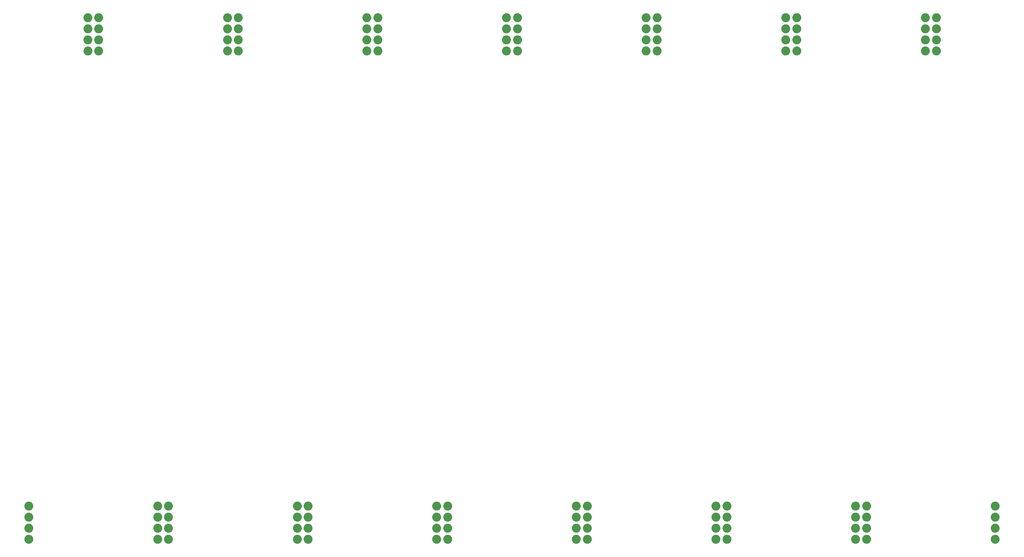
<source format=gbs>
G04 DipTrace 2.4.0.2*
%IN112xAPA102Cx8x14.gbs*%
%MOMM*%
%ADD27C,2.05*%
%FSLAX53Y53*%
G04*
G71*
G90*
G75*
G01*
%LNBotMask*%
%LPD*%
D27*
X27250Y128730D3*
X24750D3*
X27250Y131270D3*
X24750D3*
X27250Y126190D3*
X24750D3*
X27250Y133810D3*
X24750D3*
X43250Y16730D3*
X40750D3*
X43250Y19270D3*
X40750D3*
X43250Y14190D3*
X40750D3*
X43250Y21810D3*
X40750D3*
X59250Y128730D3*
X56750D3*
X59250Y131270D3*
X56750D3*
X59250Y126190D3*
X56750D3*
X59250Y133810D3*
X56750D3*
X75250Y16730D3*
X72750D3*
X75250Y19270D3*
X72750D3*
X75250Y14190D3*
X72750D3*
X75250Y21810D3*
X72750D3*
X91250Y128730D3*
X88750D3*
X91250Y131270D3*
X88750D3*
X91250Y126190D3*
X88750D3*
X91250Y133810D3*
X88750D3*
X107250Y16730D3*
X104750D3*
X107250Y19270D3*
X104750D3*
X107250Y14190D3*
X104750D3*
X107250Y21810D3*
X104750D3*
X123250Y128730D3*
X120750D3*
X123250Y131270D3*
X120750D3*
X123250Y126190D3*
X120750D3*
X123250Y133810D3*
X120750D3*
X139250Y16730D3*
X136750D3*
X139250Y19270D3*
X136750D3*
X139250Y14190D3*
X136750D3*
X139250Y21810D3*
X136750D3*
X155250Y128730D3*
X152750D3*
X155250Y131270D3*
X152750D3*
X155250Y126190D3*
X152750D3*
X155250Y133810D3*
X152750D3*
X171250Y16730D3*
X168750D3*
X171250Y19270D3*
X168750D3*
X171250Y14190D3*
X168750D3*
X171250Y21810D3*
X168750D3*
X187250Y128730D3*
X184750D3*
X187250Y131270D3*
X184750D3*
X187250Y126190D3*
X184750D3*
X187250Y133810D3*
X184750D3*
X203250Y16730D3*
X200750D3*
X203250Y19270D3*
X200750D3*
X203250Y14190D3*
X200750D3*
X203250Y21810D3*
X200750D3*
X219250Y128730D3*
X216750D3*
X219250Y131270D3*
X216750D3*
X219250Y126190D3*
X216750D3*
X219250Y133810D3*
X216750D3*
X11250Y16730D3*
Y19270D3*
Y14190D3*
Y21810D3*
X232750Y16730D3*
Y19270D3*
Y14190D3*
Y21810D3*
M02*

</source>
